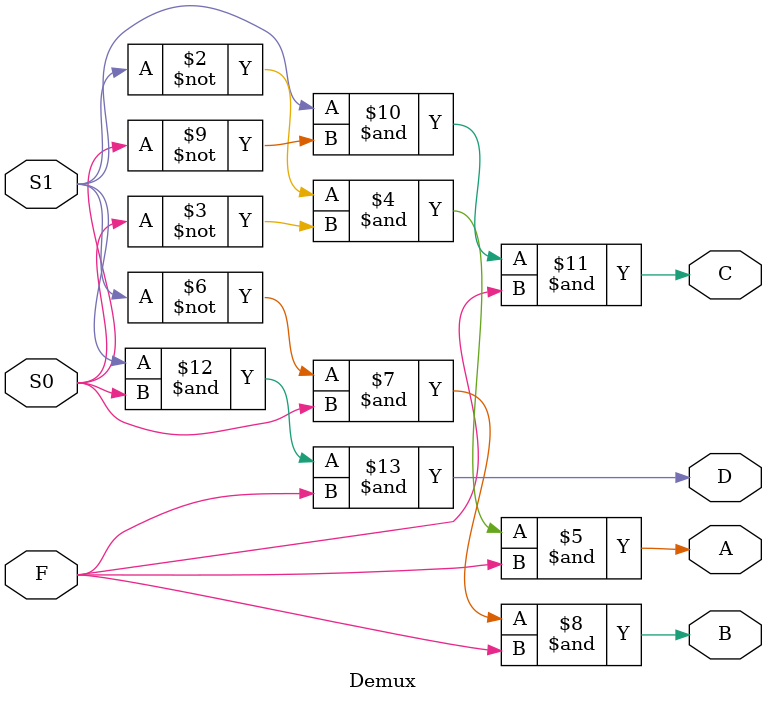
<source format=v>
module Demux (input S1, S0, F, output reg A, B, C, D);
	always @(S1, S0, F) begin
		A = ~S1 & ~S0 & F;
		B = ~S1 & S0 & F;
		C = S1 & ~S0 & F;
		D = S1 & S0 & F;
	end
endmodule

</source>
